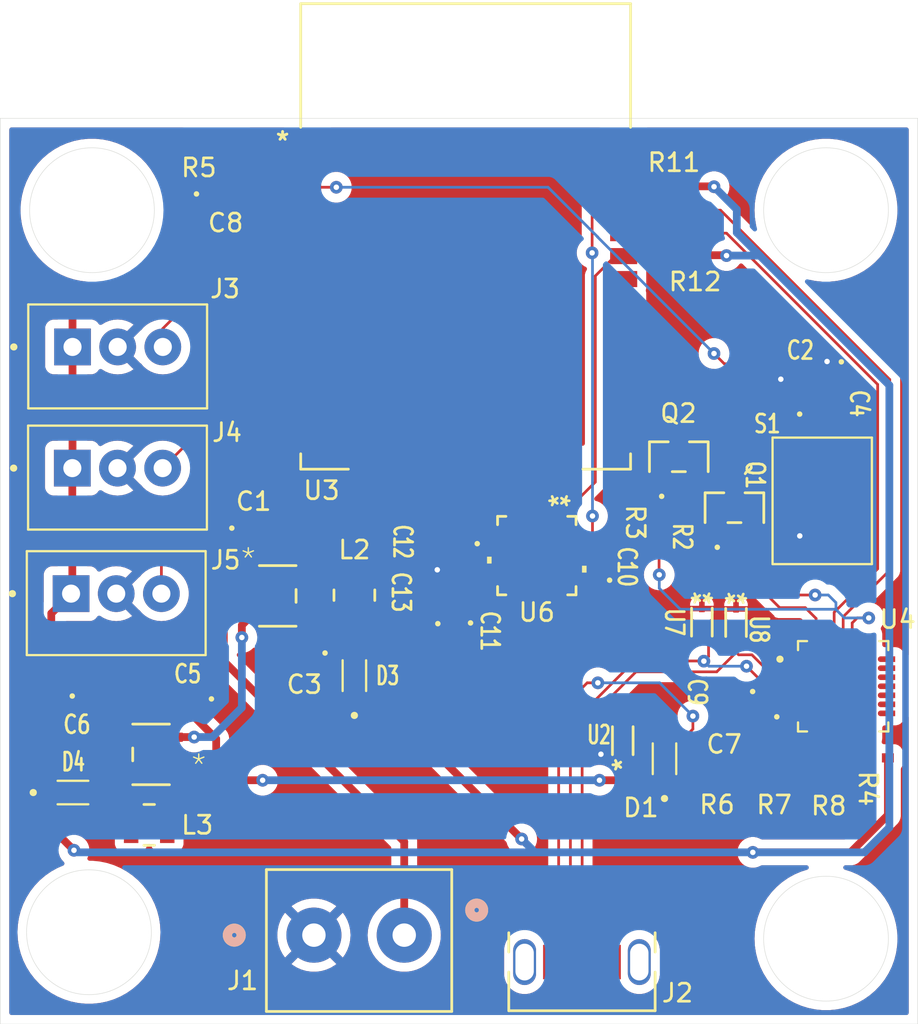
<source format=kicad_pcb>
(kicad_pcb (version 20240108) (generator "pcbnew") (generator_version "8.0")
  (title_block (title "Glove PCB") (date "2024-06-25") (rev "2.0") (comment 4 "Author: Brody Hageneder"))
  (layers (0 "F.Cu" signal) (31 "B.Cu" signal) (34 "B.Paste" user) (35 "F.Paste" user) (36 "B.SilkS" user "B.Silkscreen") (37 "F.SilkS" user "F.Silkscreen") (38 "B.Mask" user) (39 "F.Mask" user) (44 "Edge.Cuts" user))
  (net 0 "")
  (net 1 "+BATT")
  (net 2 "Net-(U1-VIN)")
  (net 3 "Net-(U1-VOUT)")
  (net 4 "GND")
  (net 5 "Net-(U1-LX)")
  (net 12 "Net-(U5-VOUT)")
  (net 13 "5V_USB")
  (net 15 "Net-(U6-CPOUT)")
  (net 22 "EN")
  (net 24 "Net-(U6-REGOUT)")
  (net 28 "3V3_BRD")
  (net 29 "Net-(U2-ANODE)")
  (net 33 "HE_INDEX")
  (net 35 "HE_MIDDLE")
  (net 38 "HE_RING")
  (net 41 "RTS")
  (net 42 "DTR")
  (net 43 "IO0")
  (net 44 "Net-(U4-D+)")
  (net 45 "I2C_SCL")
  (net 47 "Net-(U4-D-)")
  (net 49 "I2C_SDA")
  (net 50 "ESP_RXD")
  (net 52 "ESP_TXD")
  (net 69 "Net-(U5-LX)")
  (net 70 "Net-(Q1-Pad1)")
  (net 71 "Net-(Q2-Pad1)")
  (net 72 "Net-(U4-~{RST})")
  (net 73 "Net-(U4-VBUS)")
  (net 74 "Net-(R7-Pad2)")
  (footprint "Library:G-155_MUR-L" (layer "F.Cu") (at 95.5825 40.9645 90)
    (property "Reference" "C2")
    (property "Value" "0.1uF" (hide yes))
  )
  (footprint "Library:TRAN_SS8050-G_CIP-L" (layer "F.Cu") (at 88.8925 44.8102)
    (property "Reference" "Q2")
    (property "Value" "SS8050-G" (hide yes))
  )
  (footprint "Library:JST_B3B-XH-A" (layer "F.Cu") (at 57.745 52.91 180)
    (property "Reference" "J5")
    (property "Value" "B3B-XH-A" (hide yes))
  )
  (footprint "Library:CAP_GRM188R61A106ME69D_MUR" (layer "F.Cu") (at 92.2468 59.2 180)
    (property "Reference" "C7")
    (property "Value" "4.7uF" (hide yes))
  )
  (footprint "Library:219-2LPST" (layer "F.Cu") (at 97.0825 47.2509)
    (property "Reference" "S1")
    (property "Value" "219-2LPST" (hide yes))
  )
  (footprint "Library:RC0402N_YAG" (layer "F.Cu") (at 94.1739 62.67)
    (property "Reference" "R7")
    (property "Value" "100k" (hide yes))
  )
  (footprint "Library:CAP_GRM188R61A106ME69D_MUR" (layer "F.Cu") (at 60.9453 58.21 180)
    (property "Reference" "C5")
    (property "Value" "10uF" (hide yes))
  )
  (footprint "Library:CAP_GRM188R61A106ME69D_MUR" (layer "F.Cu") (at 66.2147 48.76)
    (property "Reference" "C1")
    (property "Value" "10uF" (hide yes))
  )
  (footprint "Library:CAP_GRM188R61A106ME69D_MUR" (layer "F.Cu") (at 64.2578 30.27)
    (property "Reference" "C8")
    (property "Value" "22uF" (hide yes))
  )
  (footprint "Library:RC0402N_YAG" (layer "F.Cu") (at 88.5837 33.66 180)
    (property "Reference" "R12")
    (property "Value" "2.2k" (hide yes))
  )
  (footprint "Library:DFE252012P-1R0M=P2" (layer "F.Cu") (at 70.93 52.47 -90)
    (property "Reference" "L2")
    (property "Value" "1uH")
  )
  (footprint "Library:CAP_GRM188R61A106ME69D_MUR" (layer "F.Cu") (at 67.2347 55.67 180)
    (property "Reference" "C3")
    (property "Value" "22uF")
  )
  (footprint "Library:SOD-523_0P9X1P3_ONS-L" (layer "F.Cu") (at 85.79 60.5207 90)
    (property "Reference" "U2")
    (property "Value" "ESD5Z5.0T1G" (hide yes))
  )
  (footprint "Library:G-155_MUR-L" (layer "F.Cu") (at 77.36 52.52 90)
    (property "Reference" "C11")
    (property "Value" "0.1uF" (hide yes))
  )
  (footprint "Library:RC0402N_YAG" (layer "F.Cu") (at 88.6013 29.85)
    (property "Reference" "R11")
    (property "Value" "2.2k" (hide yes))
  )
  (footprint "Library:RC0402N_YAG" (layer "F.Cu") (at 87.8 49.29 90)
    (property "Reference" "R3")
    (property "Value" "10k" (hide yes))
  )
  (footprint "Library:RC0402N_YAG" (layer "F.Cu") (at 64.5813 28.63)
    (property "Reference" "R5")
    (property "Value" "10k" (hide yes))
  )
  (footprint "Library:G-155_MUR-L" (layer "F.Cu") (at 76.2455 49.62 180)
    (property "Reference" "C12")
    (property "Value" "0.1uF" (hide yes))
  )
  (footprint "Library:RC0402N_YAG" (layer "F.Cu") (at 99.9099 61.4714)
    (property "Reference" "R4")
    (property "Value" "2.2k" (hide yes))
  )
  (footprint "Library:JST_B3B-XH-A" (layer "F.Cu") (at 57.815 45.965 180)
    (property "Reference" "J4")
    (property "Value" "B3B-XH-A" (hide yes))
  )
  (footprint "Library:RC0402N_YAG" (layer "F.Cu") (at 97.2137 62.69)
    (property "Reference" "R8")
    (property "Value" "10k" (hide yes))
  )
  (footprint "Library:SOT23-5-SC189_SEM" (layer "F.Cu") (at 59.67445 61.28 180)
    (property "Reference" "U5")
    (property "Value" "~")
  )
  (footprint "Library:SOD2513X120N" (layer "F.Cu") (at 70.93 56.9225 90)
    (property "Reference" "D3")
    (property "Value" "BAT760-7" (hide yes))
  )
  (footprint "Library:RC0402N_YAG" (layer "F.Cu") (at 91.0088 62.68 180)
    (property "Reference" "R6")
    (property "Value" "50k" (hide yes))
  )
  (footprint "Library:SOD-523_0P9X1P3_ONS-L" (layer "F.Cu") (at 92.06 53.9793 -90)
    (property "Reference" "U8")
    (property "Value" "ESD5Z5.0T1G" (hide yes))
  )
  (footprint "Library:CONN_10118193-0001LF_AMP" (layer "F.Cu") (at 83.53 72.502099)
    (property "Reference" "J2")
    (property "Value" "10118193-0001LF" (hide yes))
    (fp_line (start -3.299998 0.610801) (end -3.299998 -0.074999) (stroke (width 0.508)) (layer "Edge.Cuts"))
    (fp_line (start 3.299998 0.610801) (end 3.299998 -0.074999) (stroke (width 0.508)) (layer "Edge.Cuts"))
  )
  (footprint "Library:IC_CP2102N-A02-GQFN28R" (layer "F.Cu") (at 97.9925 57.51)
    (property "Reference" "U4")
    (property "Value" "CP2102N-A02-GQFN28R" (hide yes))
  )
  (footprint "Library:DFE252012P-1R0M=P2" (layer "F.Cu") (at 59.57 65.18 180)
    (property "Reference" "L3")
    (property "Value" "1uH")
  )
  (footprint "Library:SOT23-5-SC189_SEM" (layer "F.Cu") (at 66.68555 52.51)
    (property "Reference" "U1")
    (property "Value" "~")
  )
  (footprint "Library:G-155_MUR-L" (layer "F.Cu") (at 97.89 41.0445 -90)
    (property "Reference" "C4")
    (property "Value" "0.1uF" (hide yes))
  )
  (footprint "Library:JST_B3B-XH-A" (layer "F.Cu") (at 57.825 39.26 180)
    (property "Reference" "J3")
    (property "Value" "B3B-XH-A" (hide yes))
  )
  (footprint "Library:QFN24_4X4X0P9-0P5_TDK-L" (layer "F.Cu") (at 81.03 50.28 -90)
    (property "Reference" "U6")
    (property "Value" "MPU-6050" (hide yes))
  )
  (footprint "Library:SOD2513X120N" (layer "F.Cu") (at 55.35 63.39)
    (property "Reference" "D4")
    (property "Value" "BAT760-7" (hide yes))
  )
  (footprint "Library:TRAN_SS8050-G_CIP-L" (layer "F.Cu") (at 91.9725 47.6302)
    (property "Reference" "Q1")
    (property "Value" "SS8050-G" (hide yes))
  )
  (footprint "Library:CONN2_710002_WRE" (layer "F.Cu") (at 68.69 71.28)
    (property "Reference" "J1")
    (property "Value" "CONN2_710002_WRE" (hide yes))
  )
  (footprint "Library:SOD-523_0P9X1P3_ONS-L" (layer "F.Cu") (at 90.17 53.9607 -90)
    (property "Reference" "U7")
    (property "Value" "ESD5Z5.0T1G" (hide yes))
  )
  (footprint "Library:G-155_MUR-L" (layer "F.Cu") (at 85.06 50.1555 90)
    (property "Reference" "C10")
    (property "Value" "2.2nF" (hide yes))
  )
  (footprint "Library:G-155_MUR-L" (layer "F.Cu") (at 75.55 52.56 90)
    (property "Reference" "C13")
    (property "Value" "10nF" (hide yes))
  )
  (footprint "Library:CAP_GRM188R61A106ME69D_MUR" (layer "F.Cu") (at 57.38 58.05)
    (property "Reference" "C6")
    (property "Value" "22uF" (hide yes))
  )
  (footprint "Library:ESP32­WROOM­32E_EXP" (layer "F.Cu") (at 77.0901 32.62)
    (property "Reference" "U3")
    (property "Value" "ESP32-WROOM-32E-N8" (hide yes))
  )
  (footprint "Library:G-155_MUR-L" (layer "F.Cu") (at 91.4925 57.8 180)
    (property "Reference" "C9")
    (property "Value" "0.1uF" (hide yes))
  )
  (footprint "Library:SOD2513X120N" (layer "F.Cu") (at 88.1 61.52 90)
    (property "Reference" "D1")
    (property "Value" "BAT760-7" (hide yes))
  )
  (footprint "Library:RC0402N_YAG" (layer "F.Cu") (at 90.4737 50.62)
    (property "Reference" "R2")
    (property "Value" "10k" (hide yes))
  )
  (gr_circle (center 97.0425 31.17) (end 100.4969 31.17) (stroke (width 0.0254)) (fill none) (layer "Edge.Cuts"))
  (gr_line (start 102.1225 76.2) (end 51.3225 76.2) (stroke (width 0.0254)) (layer "Edge.Cuts"))
  (gr_circle (center 97.0425 71.4756) (end 100.4969 71.4756) (stroke (width 0.0254)) (fill none) (layer "Edge.Cuts"))
  (gr_line (start 102.1225 26.09) (end 102.1225 76.2) (stroke (width 0.0254)) (layer "Edge.Cuts"))
  (gr_circle (center 56.2356 71.12) (end 59.69 71.12) (stroke (width 0.0254)) (fill none) (layer "Edge.Cuts"))
  (gr_line (start 51.3225 26.09) (end 102.1225 26.09) (stroke (width 0.0254)) (layer "Edge.Cuts"))
  (gr_circle (center 56.4025 31.17) (end 59.8569 31.17) (stroke (width 0.0254)) (fill none) (layer "Edge.Cuts"))
  (gr_line (start 51.3225 76.2) (end 51.3225 26.09) (stroke (width 0.0254)) (layer "Edge.Cuts"))
  (segment (start 62.06 60.32) (end 60.9989 60.32) (width 0.429) (layer "F.Cu") (net 1))
  (segment (start 60.9989 60.32) (end 60.9889 60.33) (width 0.429) (layer "F.Cu") (net 1))
  (segment (start 64.7 54.1311) (end 65.3711 53.46) (width 0.429) (layer "F.Cu") (net 1))
  (segment (start 64.7 54.81) (end 64.7 54.1311) (width 0.429) (layer "F.Cu") (net 1))
  (via (at 64.7 54.81) (size 0.70231) (drill 0.30226) (layers "F.Cu" "B.Cu") (net 1))
  (via (at 62.06 60.32) (size 0.70231) (drill 0.30226) (layers "F.Cu" "B.Cu") (net 1))
  (segment (start 62.06 60.32) (end 63.07 60.32) (width 0.429) (layer "B.Cu") (net 1))
  (segment (start 63.07 60.32) (end 64.7 58.69) (width 0.429) (layer "B.Cu") (net 1))
  (segment (start 64.7 58.69) (end 64.7 54.81) (width 0.429) (layer "B.Cu") (net 1))
  (segment (start 73.69 66.11) (end 73.69 71.28) (width 0.429) (layer "F.Cu") (net 2))
  (segment (start 65.3711 48.9456) (end 65.37 48.9445) (width 0.429) (layer "F.Cu") (net 2))
  (segment (start 64.41 51.56) (end 63.7 52.27) (width 0.429) (layer "F.Cu") (net 2))
  (segment (start 65.3711 51.56) (end 64.41 51.56) (width 0.429) (layer "F.Cu") (net 2))
  (segment (start 63.7 52.27) (end 63.7 56.12) (width 0.429) (layer "F.Cu") (net 2))
  (segment (start 63.7 56.12) (end 73.69 66.11) (width 0.429) (layer "F.Cu") (net 2))
  (segment (start 65.3711 51.56) (end 65.3711 48.9456) (width 0.429) (layer "F.Cu") (net 2))
  (segment (start 70.93 55.7325) (end 70.93 53.47) (width 0.15) (layer "F.Cu") (net 3))
  (segment (start 68.0094 53.4694) (end 68 53.46) (width 0.15) (layer "F.Cu") (net 3))
  (segment (start 68.0094 55.67) (end 68.0094 53.4694) (width 0.15) (layer "F.Cu") (net 3))
  (segment (start 68 53.46) (end 70.9 53.46) (width 0.15) (layer "F.Cu") (net 3))
  (segment (start 70.9 53.46) (end 70.93 53.49) (width 0.15) (layer "F.Cu") (net 3))
  (segment (start 91.4721 59.2) (end 90.6321 60.04) (width 0.15) (layer "F.Cu") (net 4))
  (segment (start 58.1547 58.05) (end 58.1547 56.9553) (width 0.15) (layer "F.Cu") (net 4))
  (segment (start 60.1553 58.08) (end 60.1706 58.0647) (width 0.15) (layer "F.Cu") (net 4))
  (segment (start 76.351 51.0665) (end 77.36 52.0755) (width 0.15) (layer "F.Cu") (net 4))
  (segment (start 60.1706 58.0647) (end 60.1706 56.96) (width 0.15) (layer "F.Cu") (net 4))
  (segment (start 60.1706 56.96) (end 60.1553 56.9447) (width 0.15) (layer "F.Cu") (net 4))
  (segment (start 94.54 40.52) (end 95.5825 40.52) (width 0.15) (layer "F.Cu") (net 4))
  (segment (start 94.88 57.01) (end 95.5925 57.01) (width 0.15) (layer "F.Cu") (net 4))
  (segment (start 66.9894 47.5406) (end 66.9894 48.76) (width 0.15) (layer "F.Cu") (net 4))
  (segment (start 65.3711 52.51) (end 66.59 52.51) (width 0.15) (layer "F.Cu") (net 4))
  (segment (start 84.58 61.27) (end 85.79 61.27) (width 0.15) (layer "F.Cu") (net 4))
  (segment (start 94.11 56.24) (end 94.88 57.01) (width 0.15) (layer "F.Cu") (net 4))
  (segment (start 75.52 52.0855) (end 75.52 51.0665) (width 0.15) (layer "F.Cu") (net 4))
  (segment (start 93.7 53.24) (end 94.11 53.65) (width 0.15) (layer "F.Cu") (net 4))
  (segment (start 75.801 50.7855) (end 75.801 49.62) (width 0.15) (layer "F.Cu") (net 4))
  (segment (start 91.04 57.808) (end 91.04 58.13) (width 0.15) (layer "F.Cu") (net 4))
  (segment (start 97.89 40.33) (end 97.89 40.6) (width 0.15) (layer "F.Cu") (net 4))
  (segment (start 91.04 58.13) (end 91.4721 58.5621) (width 0.15) (layer "F.Cu") (net 4))
  (segment (start 91.048 57.8) (end 91.04 57.808) (width 0.15) (layer "F.Cu") (net 4))
  (segment (start 91.4721 58.5621) (end 91.4721 59.2) (width 0.15) (layer "F.Cu") (net 4))
  (segment (start 60.9889 61.28) (end 60.9789 61.29) (width 0.15) (layer "F.Cu") (net 4))
  (segment (start 94.11 53.65) (end 94.11 56.24) (width 0.15) (layer "F.Cu") (net 4))
  (segment (start 84.84 69.965) (end 84.84 68.51) (width 0.15) (layer "F.Cu") (net 4))
  (segment (start 97.6834 51.15) (end 98.0825 50.7509) (width 0.15) (layer "F.Cu") (net 4))
  (segment (start 95.5825 50.7509) (end 95.9816 51.15) (width 0.15) (layer "F.Cu") (net 4))
  (segment (start 95.59 49.19) (end 95.5825 49.1975) (width 0.15) (layer "F.Cu") (net 4))
  (segment (start 91.47 59.1979) (end 91.4721 59.2) (width 0.15) (layer "F.Cu") (net 4))
  (segment (start 82.280315 49.029685) (end 81.499669 49.810331) (width 0.15) (layer "F.Cu") (net 4))
  (segment (start 75.52 51.0665) (end 75.801 50.7855) (width 0.15) (layer "F.Cu") (net 4))
  (segment (start 92.06 53.23) (end 92.07 53.24) (width 0.15) (layer "F.Cu") (net 4))
  (segment (start 82.280315 48.3369) (end 82.280315 49.029685) (width 0.15) (layer "F.Cu") (net 4))
  (segment (start 60.9789 61.29) (end 60.08 61.29) (width 0.15) (layer "F.Cu") (net 4))
  (segment (start 66.46 55.67) (end 66.46 54.63) (width 0.15) (layer "F.Cu") (net 4))
  (segment (start 60.80475 61.28) (end 60.9889 61.28) (width 0.15) (layer "F.Cu") (net 4))
  (segment (start 91.4721 59.9479) (end 91.47 59.95) (width 0.15) (layer "F.Cu") (net 4))
  (segment (start 97.1 39.54) (end 97.89 40.33) (width 0.15) (layer "F.Cu") (net 4))
  (segment (start 81.499669 49.810331) (end 81.499669 49.810332) (width 0.15) (layer "F.Cu") (net 4))
  (segment (start 85.06 49.711) (end 85.06 49.22) (width 0.15) (layer "F.Cu") (net 4))
  (segment (start 95.5825 49.1975) (end 95.5825 50.7509) (width 0.15) (layer "F.Cu") (net 4))
  (segment (start 82.280315 52.2231) (end 82.280315 52.960315) (width 0.15) (layer "F.Cu") (net 4))
  (segment (start 66.99 47.54) (end 66.9894 47.5406) (width 0.15) (layer "F.Cu") (net 4))
  (segment (start 84.84 68.51) (end 84.85 68.5) (width 0.15) (layer "F.Cu") (net 4))
  (segment (start 95.9816 51.15) (end 97.6834 51.15) (width 0.15) (layer "F.Cu") (net 4))
  (segment (start 82.280315 51.530315) (end 82.280315 52.2231) (width 0.15) (layer "F.Cu") (net 4))
  (segment (start 92.07 53.24) (end 93.7 53.24) (width 0.15) (layer "F.Cu") (net 4))
  (segment (start 90.17 53.2114) (end 90.1886 53.23) (width 0.15) (layer "F.Cu") (net 4))
  (segment (start 90.6321 60.04) (end 90.44 60.04) (width 0.15) (layer "F.Cu") (net 4))
  (segment (start 75.55 52.1155) (end 75.52 52.0855) (width 0.15) (layer "F.Cu") (net 4))
  (segment (start 75.52 51.0665) (end 76.351 51.0665) (width 0.15) (layer "F.Cu") (net 4))
  (segment (start 90.1886 53.23) (end 92.06 53.23) (width 0.15) (layer "F.Cu") (net 4))
  (via (at 97.1 39.54) (size 0.70231) (drill 0.30226) (layers "F.Cu" "B.Cu") (net 4))
  (via (at 95.59 49.19) (size 0.70231) (drill 0.30226) (layers "F.Cu" "B.Cu") (net 4))
  (via (at 94.54 40.52) (size 0.70231) (drill 0.30226) (layers "F.Cu" "B.Cu") (net 4))
  (via (at 84.58 61.27) (size 0.70231) (drill 0.30226) (layers "F.Cu" "B.Cu") (net 4))
  (via (at 75.52 51.0665) (size 0.70231) (drill 0.30226) (layers "F.Cu" "B.Cu") (net 4))
  (segment (start 75.6 51.04) (end 75.61 51.05) (width 0.15) (layer "B.Cu") (net 4))
  (segment (start 70.93 51.47) (end 68.09 51.47) (width 0.15) (layer "F.Cu") (net 5))
  (segment (start 68.09 51.47) (end 68 51.56) (width 0.15) (layer "F.Cu") (net 5))
  (segment (start 58.57 65.18) (end 57.72 65.18) (width 0.15) (layer "F.Cu") (net 12))
  (segment (start 56.54 63.39) (end 56.54 61.39) (width 0.15) (layer "F.Cu") (net 12))
  (segment (start 56.6053 58.05) (end 56.6053 59.3353) (width 0.15) (layer "F.Cu") (net 12))
  (segment (start 56.54 61.39) (end 57.6 60.33) (width 0.15) (layer "F.Cu") (net 12))
  (segment (start 57.72 65.18) (end 56.54 64) (width 0.15) (layer "F.Cu") (net 12))
  (segment (start 56.54 64) (end 56.54 63.39) (width 0.15) (layer "F.Cu") (net 12))
  (segment (start 57.6 60.33) (end 58.36 60.33) (width 0.15) (layer "F.Cu") (net 12))
  (segment (start 56.6053 59.3353) (end 57.6 60.33) (width 0.15) (layer "F.Cu") (net 12))
  (segment (start 90.42 62.71) (end 90.45 62.68) (width 0.429) (layer "F.Cu") (net 13))
  (segment (start 93.0215 60.2185) (end 93.0215 60.4585) (width 0.429) (layer "F.Cu") (net 13))
  (segment (start 93.0215 60.4585) (end 91.8 61.68) (width 0.429) (layer "F.Cu") (net 13))
  (segment (start 90.45 62.14) (end 90.45 62.68) (width 0.429) (layer "F.Cu") (net 13))
  (segment (start 63.28 60.42) (end 61.7047 58.8447) (width 0.429) (layer "F.Cu") (net 13))
  (segment (start 94.05 60.65) (end 95.64 59.06) (width 0.429) (layer "F.Cu") (net 13))
  (segment (start 93.0215 58.5615) (end 93.0215 59.2) (width 0.429) (layer "F.Cu") (net 13))
  (segment (start 90.91 61.68) (end 90.45 62.14) (width 0.429) (layer "F.Cu") (net 13))
  (segment (start 93.0215 59.2) (end 93.0215 60.2185) (width 0.429) (layer "F.Cu") (net 13))
  (segment (start 64.49 62.71) (end 63.28 61.5) (width 0.429) (layer "F.Cu") (net 13))
  (segment (start 92.26 57.8) (end 93.0215 58.5615) (width 0.429) (layer "F.Cu") (net 13))
  (segment (start 91.8 61.68) (end 90.91 61.68) (width 0.429) (layer "F.Cu") (net 13))
  (segment (start 91.937 57.8) (end 92.26 57.8) (width 0.429) (layer "F.Cu") (net 13))
  (segment (start 61.7047 58.8447) (end 61.7047 58.08) (width 0.429) (layer "F.Cu") (net 13))
  (segment (start 62.55 62.23) (end 63.28 61.5) (width 0.429) (layer "F.Cu") (net 13))
  (segment (start 95.64 59.06) (end 95.64 58.69) (width 0.429) (layer "F.Cu") (net 13))
  (segment (start 88.1 62.71) (end 90.42 62.71) (width 0.429) (layer "F.Cu") (net 13))
  (segment (start 60.9889 62.23) (end 62.55 62.23) (width 0.429) (layer "F.Cu") (net 13))
  (segment (start 93.453 60.65) (end 94.05 60.65) (width 0.429) (layer "F.Cu") (net 13))
  (segment (start 93.0215 60.2185) (end 93.453 60.65) (width 0.429) (layer "F.Cu") (net 13))
  (segment (start 88.1 62.71) (end 84.5 62.71) (width 0.429) (layer "F.Cu") (net 13))
  (segment (start 63.28 61.5) (end 63.28 60.42) (width 0.429) (layer "F.Cu") (net 13))
  (segment (start 65.85 62.71) (end 64.49 62.71) (width 0.429) (layer "F.Cu") (net 13))
  (via (at 84.5 62.71) (size 0.70231) (drill 0.30226) (layers "F.Cu" "B.Cu") (net 13))
  (via (at 65.85 62.71) (size 0.70231) (drill 0.30226) (layers "F.Cu" "B.Cu") (net 13))
  (segment (start 84.5 62.71) (end 65.85 62.71) (width 0.429) (layer "B.Cu") (net 13))
  (segment (start 84.62 51.04) (end 82.982911 51.04) (width 0.15) (layer "F.Cu") (net 15))
  (segment (start 85.06 50.6) (end 84.62 51.04) (width 0.15) (layer "F.Cu") (net 15))
  (segment (start 98.0825 44.0775) (end 98.0825 43.7509) (width 0.15) (layer "F.Cu") (net 22))
  (segment (start 98.09 43.7434) (end 98.0825 43.7509) (width 0.15) (layer "F.Cu") (net 22))
  (segment (start 64.0225 28.94) (end 65.0325 29.95) (width 0.15) (layer "F.Cu") (net 22))
  (segment (start 69.93 29.9) (end 68.3401 29.9) (width 0.15) (layer "F.Cu") (net 22))
  (segment (start 97.24 44.92) (end 98.0825 44.0775) (width 0.15) (layer "F.Cu") (net 22))
  (segment (start 97.9089 41.489) (end 98.09 41.6701) (width 0.15) (layer "F.Cu") (net 22))
  (segment (start 91.9725 45.3375) (end 92.39 44.92) (width 0.15) (layer "F.Cu") (net 22))
  (segment (start 66.1825 30.27) (end 65.0325 30.27) (width 0.15) (layer "F.Cu") (net 22))
  (segment (start 64.0225 28.63) (end 64.0225 28.94) (width 0.15) (layer "F.Cu") (net 22))
  (segment (start 95.7425 39.67) (end 97.5615 41.489) (width 0.15) (layer "F.Cu") (net 22))
  (segment (start 97.5615 41.489) (end 97.9089 41.489) (width 0.15) (layer "F.Cu") (net 22))
  (segment (start 91.9725 46.66) (end 91.9725 45.3375) (width 0.15) (layer "F.Cu") (net 22))
  (segment (start 92.39 44.92) (end 97.24 44.92) (width 0.15) (layer "F.Cu") (net 22))
  (segment (start 65.0325 29.95) (end 65.0325 30.27) (width 0.15) (layer "F.Cu") (net 22))
  (segment (start 91.4125 39.67) (end 95.7425 39.67) (width 0.15) (layer "F.Cu") (net 22))
  (segment (start 68.3401 29.9) (end 66.5525 29.9) (width 0.15) (layer "F.Cu") (net 22))
  (segment (start 66.5525 29.9) (end 66.1825 30.27) (width 0.15) (layer "F.Cu") (net 22))
  (segment (start 90.84125 39.09875) (end 91.4125 39.67) (width 0.15) (layer "F.Cu") (net 22))
  (segment (start 98.09 41.6701) (end 98.09 43.7434) (width 0.15) (layer "F.Cu") (net 22))
  (via (at 69.93 29.9) (size 0.70231) (drill 0.30226) (layers "F.Cu" "B.Cu") (net 22))
  (via (at 90.84125 39.09875) (size 0.70231) (drill 0.30226) (layers "F.Cu" "B.Cu") (net 22))
  (segment (start 90.84125 39.09875) (end 84.4025 32.66) (width 0.15) (layer "B.Cu") (net 22))
  (segment (start 84.4025 32.65) (end 81.6525 29.9) (width 0.15) (layer "B.Cu") (net 22))
  (segment (start 84.4025 32.66) (end 84.4025 32.65) (width 0.15) (layer "B.Cu") (net 22))
  (segment (start 81.6525 29.9) (end 69.93 29.9) (width 0.15) (layer "B.Cu") (net 22))
  (segment (start 76.89 49.62) (end 77.800063 50.530063) (width 0.15) (layer "F.Cu") (net 24))
  (segment (start 76.69 49.62) (end 76.89 49.62) (width 0.15) (layer "F.Cu") (net 24))
  (segment (start 77.800063 50.530063) (end 79.0869 50.530063) (width 0.15) (layer "F.Cu") (net 24))
  (segment (start 55.325 38.735) (end 55.325 37.0475) (width 0.429) (layer "F.Cu") (net 28))
  (segment (start 91.5125 33.66) (end 91.5325 33.68) (width 0.429) (layer "F.Cu") (net 28))
  (segment (start 62.2025 27.12) (end 64.4025 27.12) (width 0.429) (layer "F.Cu") (net 28))
  (segment (start 54.15 53.48) (end 54.15 63.38) (width 0.429) (layer "F.Cu") (net 28))
  (segment (start 70.93 58.1125) (end 73.5275 58.1125) (width 0.429) (layer "F.Cu") (net 28))
  (segment (start 75.1655 53.0045) (end 75.55 53.0045) (width 0.429) (layer "F.Cu") (net 28))
  (segment (start 77.55 48.56) (end 78.519811 49.529811) (width 0.429) (layer "F.Cu") (net 28))
  (segment (start 75.55 53.0045) (end 75.1782 53.0045) (width 0.429) (layer "F.Cu") (net 28))
  (segment (start 54.16 65.34) (end 54.16 63.39) (width 0.429) (layer "F.Cu") (net 28))
  (segment (start 64.4025 27.12) (end 65.1401 27.8576) (width 0.429) (layer "F.Cu") (net 28))
  (segment (start 55.315 52.315) (end 55.245 52.385) (width 0.429) (layer "F.Cu") (net 28))
  (segment (start 54.15 63.38) (end 54.16 63.39) (width 0.429) (layer "F.Cu") (net 28))
  (segment (start 89.1425 33.66) (end 91.5125 33.66) (width 0.429) (layer "F.Cu") (net 28))
  (segment (start 75.55 53.0045) (end 78.7955 53.0045) (width 0.429) (layer "F.Cu") (net 28))
  (segment (start 78.519811 49.529811) (end 79.0869 49.529811) (width 0.429) (layer "F.Cu") (net 28))
  (segment (start 73.5275 58.1125) (end 74.49 57.15) (width 0.429) (layer "F.Cu") (net 28))
  (segment (start 100.4687 64.6338) (end 100.4687 61.4714) (width 0.429) (layer "F.Cu") (net 28))
  (segment (start 60.8725 28.45) (end 62.2025 27.12) (width 0.429) (layer "F.Cu") (net 28))
  (segment (start 90.8225 29.85) (end 90.8425 29.87) (width 0.429) (layer "F.Cu") (net 28))
  (segment (start 80.19 65.96) (end 74.5 60.27) (width 0.429) (layer "F.Cu") (net 28))
  (segment (start 55.405 66.585) (end 54.16 65.34) (width 0.429) (layer "F.Cu") (net 28))
  (segment (start 58.5925 35.97) (end 60.8725 33.69) (width 0.429) (layer "F.Cu") (net 28))
  (segment (start 75.1782 53.0045) (end 74.5869 52.4132) (width 0.429) (layer "F.Cu") (net 28))
  (segment (start 74.49 57.15) (end 74.49 53.68) (width 0.429) (layer "F.Cu") (net 28))
  (segment (start 60.8725 33.69) (end 60.8725 28.45) (width 0.429) (layer "F.Cu") (net 28))
  (segment (start 74.5869 52.4132) (end 74.5869 49.2531) (width 0.429) (layer "F.Cu") (net 28))
  (segment (start 68.3401 28.63) (end 65.1401 28.63) (width 0.429) (layer "F.Cu") (net 28))
  (segment (start 74.5 58.08) (end 74.49 58.07) (width 0.429) (layer "F.Cu") (net 28))
  (segment (start 55.245 52.385) (end 54.15 53.48) (width 0.429) (layer "F.Cu") (net 28))
  (segment (start 74.49 53.68) (end 75.1655 53.0045) (width 0.429) (layer "F.Cu") (net 28))
  (segment (start 55.315 45.44) (end 55.315 52.315) (width 0.429) (layer "F.Cu") (net 28))
  (segment (start 55.325 45.43) (end 55.315 45.44) (width 0.429) (layer "F.Cu") (net 28))
  (segment (start 75.28 48.56) (end 77.55 48.56) (width 0.429) (layer "F.Cu") (net 28))
  (segment (start 55.325 37.0475) (end 56.4025 35.97) (width 0.429) (layer "F.Cu") (net 28))
  (segment (start 92.99 66.7) (end 98.4025 66.7) (width 0.429) (layer "F.Cu") (net 28))
  (segment (start 65.1401 27.8576) (end 65.1401 28.63) (width 0.429) (layer "F.Cu") (net 28))
  (segment (start 56.4025 35.97) (end 58.5925 35.97) (width 0.429) (layer "F.Cu") (net 28))
  (segment (start 74.49 58.07) (end 74.49 57.15) (width 0.429) (layer "F.Cu") (net 28))
  (segment (start 89.1601 29.85) (end 90.8225 29.85) (width 0.429) (layer "F.Cu") (net 28))
  (segment (start 74.5 60.27) (end 74.5 58.08) (width 0.429) (layer "F.Cu") (net 28))
  (segment (start 78.7955 53.0045) (end 79.64 52.16) (width 0.429) (layer "F.Cu") (net 28))
  (segment (start 74.5869 49.2531) (end 75.28 48.56) (width 0.429) (layer "F.Cu") (net 28))
  (segment (start 55.325 38.735) (end 55.325 45.43) (width 0.429) (layer "F.Cu") (net 28))
  (segment (start 98.4025 66.7) (end 100.4687 64.6338) (width 0.429) (layer "F.Cu") (net 28))
  (via (at 92.99 66.7) (size 0.70231) (drill 0.30226) (layers "F.Cu" "B.Cu") (net 28))
  (via (at 55.405 66.585) (size 0.70231) (drill 0.30226) (layers "F.Cu" "B.Cu") (net 28))
  (via (at 90.8425 29.87) (size 0.70231) (drill 0.30226) (layers "F.Cu" "B.Cu") (net 28))
  (via (at 91.5325 33.68) (size 0.70231) (drill 0.30226) (layers "F.Cu" "B.Cu") (net 28))
  (via (at 80.19 65.96) (size 0.70231) (drill 0.30226) (layers "F.Cu" "B.Cu") (net 28))
  (segment (start 81.48 66.7) (end 92.99 66.7) (width 0.429) (layer "B.Cu") (net 28))
  (segment (start 92.1025 31.13) (end 92.1025 32.41) (width 0.429) (layer "B.Cu") (net 28))
  (segment (start 80.19 65.96) (end 80.93 66.7) (width 0.429) (layer "B.Cu") (net 28))
  (segment (start 100.55 65.32) (end 99.17 66.7) (width 0.429) (layer "B.Cu") (net 28))
  (segment (start 93.3725 33.68) (end 100.55 40.8575) (width 0.429) (layer "B.Cu") (net 28))
  (segment (start 100.55 40.8575) (end 100.55 65.32) (width 0.429) (layer "B.Cu") (net 28))
  (segment (start 92.1025 32.41) (end 93.3725 33.68) (width 0.429) (layer "B.Cu") (net 28))
  (segment (start 80.93 66.7) (end 81.48 66.7) (width 0.429) (layer "B.Cu") (net 28))
  (segment (start 99.17 66.7) (end 92.99 66.7) (width 0.429) (layer "B.Cu") (net 28))
  (segment (start 90.8425 29.87) (end 92.1025 31.13) (width 0.429) (layer "B.Cu") (net 28))
  (segment (start 55.405 66.585) (end 55.52 66.7) (width 0.429) (layer "B.Cu") (net 28))
  (segment (start 91.5325 33.68) (end 93.3725 33.68) (width 0.429) (layer "B.Cu") (net 28))
  (segment (start 55.52 66.7) (end 81.48 66.7) (width 0.429) (layer "B.Cu") (net 28))
  (segment (start 83.82 57.32) (end 82.24 58.9) (width 0.15) (layer "F.Cu") (net 29))
  (segment (start 89.6725 59.8775) (end 89.22 60.33) (width 0.15) (layer "F.Cu") (net 29))
  (segment (start 86.6714 59.7714) (end 85.79 59.7714) (width 0.15) (layer "F.Cu") (net 29))
  (segment (start 87.23 60.33) (end 86.6714 59.7714) (width 0.15) (layer "F.Cu") (net 29))
  (segment (start 89.22 60.33) (end 88.1 60.33) (width 0.15) (layer "F.Cu") (net 29))
  (segment (start 82.24 58.9) (end 82.24 69.965) (width 0.15) (layer "F.Cu") (net 29))
  (segment (start 88.1 60.33) (end 87.23 60.33) (width 0.15) (layer "F.Cu") (net 29))
  (segment (start 89.6725 59.16) (end 89.6725 59.8775) (width 0.15) (layer "F.Cu") (net 29))
  (segment (start 84.41 57.32) (end 83.82 57.32) (width 0.15) (layer "F.Cu") (net 29))
  (via (at 89.6725 59.16) (size 0.70231) (drill 0.30226) (layers "F.Cu" "B.Cu") (net 29))
  (via (at 84.41 57.32) (size 0.70231) (drill 0.30226) (layers "F.Cu" "B.Cu") (net 29))
  (segment (start 87.8325 57.32) (end 84.41 57.32) (width 0.15) (layer "B.Cu") (net 29))
  (segment (start 89.6725 59.16) (end 87.8325 57.32) (width 0.15) (layer "B.Cu") (net 29))
  (segment (start 65.6025 32.44) (end 60.325 37.7175) (width 0.15) (layer "F.Cu") (net 33))
  (segment (start 60.325 37.7175) (end 60.325 38.735) (width 0.15) (layer "F.Cu") (net 33))
  (segment (start 68.3401 32.44) (end 65.6025 32.44) (width 0.15) (layer "F.Cu") (net 33))
  (segment (start 67.1125 33.71) (end 62.14 38.6825) (width 0.15) (layer "F.Cu") (net 35))
  (segment (start 62.14 43.615) (end 60.315 45.44) (width 0.15) (layer "F.Cu") (net 35))
  (segment (start 62.14 38.6825) (end 62.14 43.615) (width 0.15) (layer "F.Cu") (net 35))
  (segment (start 68.3401 33.71) (end 67.1125 33.71) (width 0.15) (layer "F.Cu") (net 35))
  (segment (start 68.3401 34.98) (end 67.2425 34.98) (width 0.15) (layer "F.Cu") (net 38))
  (segment (start 62.56 39.6625) (end 62.56 48.3825) (width 0.15) (layer "F.Cu") (net 38))
  (segment (start 62.56 48.3825) (end 60.245 50.6975) (width 0.15) (layer "F.Cu") (net 38))
  (segment (start 60.245 50.6975) (end 60.245 52.385) (width 0.15) (layer "F.Cu") (net 38))
  (segment (start 67.2425 34.98) (end 62.56 39.6625) (width 0.15) (layer "F.Cu") (net 38))
  (segment (start 96.44 52.46) (end 94.5925 52.46) (width 0.15) (layer "F.Cu") (net 41))
  (segment (start 98.4925 54.0075) (end 98.4925 55.11) (width 0.15) (layer "F.Cu") (net 41))
  (segment (start 94.5925 52.46) (end 92.922501 50.790001) (width 0.15) (layer "F.Cu") (net 41))
  (segment (start 87.8 51.33) (end 87.8 49.8488) (width 0.15) (layer "F.Cu") (net 41))
  (segment (start 92.922501 50.790001) (end 92.922501 48.600399) (width 0.15) (layer "F.Cu") (net 41))
  (segment (start 99.409314 53.729314) (end 98.770686 53.729314) (width 0.15) (layer "F.Cu") (net 41))
  (segment (start 98.770686 53.729314) (end 98.4925 54.0075) (width 0.15) (layer "F.Cu") (net 41))
  (segment (start 87.81 51.34) (end 87.8 51.33) (width 0.15) (layer "F.Cu") (net 41))
  (via (at 99.409314 53.729314) (size 0.70231) (drill 0.30226) (layers "F.Cu" "B.Cu") (net 41))
  (via (at 96.44 52.46) (size 0.70231) (drill 0.30226) (layers "F.Cu" "B.Cu") (net 41))
  (via (at 87.81 51.34) (size 0.70231) (drill 0.30226) (layers "F.Cu" "B.Cu") (net 41))
  (segment (start 97.5925 53.2625) (end 97.5925 53.25) (width 0.15) (layer "B.Cu") (net 41))
  (segment (start 88.9725 53.25) (end 97.5925 53.25) (width 0.15) (layer "B.Cu") (net 41))
  (segment (start 97.5925 52.8825) (end 97.5925 53.25) (width 0.15) (layer "B.Cu") (net 41))
  (segment (start 97.17 52.46) (end 97.5925 52.8825) (width 0.15) (layer "B.Cu") (net 41))
  (segment (start 87.81 52.0875) (end 88.9725 53.25) (width 0.15) (layer "B.Cu") (net 41))
  (segment (start 99.409314 53.729314) (end 98.059314 53.729314) (width 0.15) (layer "B.Cu") (net 41))
  (segment (start 98.059314 53.729314) (end 97.5925 53.2625) (width 0.15) (layer "B.Cu") (net 41))
  (segment (start 96.44 52.46) (end 97.17 52.46) (width 0.15) (layer "B.Cu") (net 41))
  (segment (start 87.81 51.34) (end 87.81 52.0875) (width 0.15) (layer "B.Cu") (net 41))
  (segment (start 94.4725 53.16) (end 92.9125 51.6) (width 0.15) (layer "F.Cu") (net 42))
  (segment (start 96.4925 53.76) (end 95.8925 53.16) (width 0.15) (layer "F.Cu") (net 42))
  (segment (start 89.842501 50.547601) (end 89.9149 50.62) (width 0.15) (layer "F.Cu") (net 42))
  (segment (start 92.9125 51.6) (end 90.4925 51.6) (width 0.15) (layer "F.Cu") (net 42))
  (segment (start 96.4925 55.11) (end 96.4925 53.76) (width 0.15) (layer "F.Cu") (net 42))
  (segment (start 95.8925 53.16) (end 94.4725 53.16) (width 0.15) (layer "F.Cu") (net 42))
  (segment (start 89.9149 51.0224) (end 89.9149 50.62) (width 0.15) (layer "F.Cu") (net 42))
  (segment (start 89.842501 45.780399) (end 89.842501 50.547601) (width 0.15) (layer "F.Cu") (net 42))
  (segment (start 90.4925 51.6) (end 89.9149 51.0224) (width 0.15) (layer "F.Cu") (net 42))
  (segment (start 88.8925 43.84) (end 85.8701 43.84) (width 0.15) (layer "F.Cu") (net 43))
  (segment (start 88.9816 43.7509) (end 88.8925 43.84) (width 0.15) (layer "F.Cu") (net 43))
  (segment (start 85.8701 43.84) (end 85.8401 43.87) (width 0.15) (layer "F.Cu") (net 43))
  (segment (start 96.04 41.8665) (end 96.04 43.2934) (width 0.15) (layer "F.Cu") (net 43))
  (segment (start 96.04 43.2934) (end 95.5825 43.7509) (width 0.15) (layer "F.Cu") (net 43))
  (segment (start 95.5825 43.7509) (end 88.9816 43.7509) (width 0.15) (layer "F.Cu") (net 43))
  (segment (start 95.5825 41.409) (end 96.04 41.8665) (width 0.15) (layer "F.Cu") (net 43))
  (segment (start 83.54 69.965) (end 83.54 59.69) (width 0.15) (layer "F.Cu") (net 44))
  (segment (start 94.68 57.51) (end 92.94 55.77) (width 0.15) (layer "F.Cu") (net 44))
  (segment (start 90.9925 56.71) (end 92.07 55.6325) (width 0.15) (layer "F.Cu") (net 44))
  (segment (start 86.52 56.71) (end 90.9925 56.71) (width 0.15) (layer "F.Cu") (net 44))
  (segment (start 92.2075 55.77) (end 92.07 55.6325) (width 0.15) (layer "F.Cu") (net 44))
  (segment (start 83.54 59.69) (end 86.52 56.71) (width 0.15) (layer "F.Cu") (net 44))
  (segment (start 95.5925 57.51) (end 94.68 57.51) (width 0.15) (layer "F.Cu") (net 44))
  (segment (start 92.07 55.6325) (end 92.07 54.8393) (width 0.15) (layer "F.Cu") (net 44))
  (segment (start 92.94 55.77) (end 92.2075 55.77) (width 0.15) (layer "F.Cu") (net 44))
  (segment (start 82.9731 49.529811) (end 83.680189 49.529811) (width 0.15) (layer "F.Cu") (net 45))
  (segment (start 84.0925 30.64) (end 84.8325 29.9) (width 0.15) (layer "F.Cu") (net 45))
  (segment (start 88.0425 29.85) (end 88.0537 29.8612) (width 0.15) (layer "F.Cu") (net 45))
  (segment (start 88.0537 29.8612) (end 88.0537 29.88) (width 0.15) (layer "F.Cu") (net 45))
  (segment (start 84.8325 29.9) (end 85.8401 29.9) (width 0.15) (layer "F.Cu") (net 45))
  (segment (start 84.0925 33.53) (end 84.0925 30.64) (width 0.15) (layer "F.Cu") (net 45))
  (segment (start 84.1125 49.0975) (end 84.1125 48.09) (width 0.15) (layer "F.Cu") (net 45))
  (segment (start 83.680189 49.529811) (end 84.1125 49.0975) (width 0.15) (layer "F.Cu") (net 45))
  (segment (start 87.9925 29.9) (end 88.0425 29.85) (width 0.15) (layer "F.Cu") (net 45))
  (segment (start 85.8401 29.9) (end 87.9925 29.9) (width 0.15) (layer "F.Cu") (net 45))
  (via (at 84.0925 33.53) (size 0.70231) (drill 0.30226) (layers "F.Cu" "B.Cu") (net 45))
  (via (at 84.1125 48.09) (size 0.70231) (drill 0.30226) (layers "F.Cu" "B.Cu") (net 45))
  (segment (start 84.0925 33.53) (end 84.1125 33.55) (width 0.15) (layer "B.Cu") (net 45))
  (segment (start 84.1125 33.55) (end 84.1125 48.09) (width 0.15) (layer "B.Cu") (net 45))
  (segment (start 92.64 56.4) (end 94.25 58.01) (width 0.15) (layer "F.Cu") (net 47))
  (segment (start 90.54 54.91) (end 90.34 54.71) (width 0.15) (layer "F.Cu") (net 47))
  (segment (start 90.28 56.12) (end 90.27 56.11) (width 0.15) (layer "F.Cu") (net 47))
  (segment (start 90.34 54.71) (end 90.17 54.71) (width 0.15) (layer "F.Cu") (net 47))
  (segment (start 82.890001 59.654806) (end 82.890001 69.965) (width 0.15) (layer "F.Cu") (net 47))
  (segment (start 90.54 55.86) (end 90.54 54.91) (width 0.15) (layer "F.Cu") (net 47))
  (segment (start 90.27 56.11) (end 86.434807 56.11) (width 0.15) (layer "F.Cu") (net 47))
  (segment (start 94.25 58.01) (end 95.5925 58.01) (width 0.15) (layer "F.Cu") (net 47))
  (segment (start 86.434807 56.11) (end 82.890001 59.654806) (width 0.15) (layer "F.Cu") (net 47))
  (segment (start 90.28 56.12) (end 90.54 55.86) (width 0.15) (layer "F.Cu") (net 47))
  (via (at 92.64 56.4) (size 0.70231) (drill 0.30226) (layers "F.Cu" "B.Cu") (net 47))
  (via (at 90.28 56.12) (size 0.70231) (drill 0.30226) (layers "F.Cu" "B.Cu") (net 47))
  (segment (start 90.56 56.4) (end 90.28 56.12) (width 0.15) (layer "B.Cu") (net 47))
  (segment (start 92.64 56.4) (end 90.56 56.4) (width 0.15) (layer "B.Cu") (net 47))
  (segment (start 85.8901 33.66) (end 85.8401 33.71) (width 0.15) (layer "F.Cu") (net 49))
  (segment (start 82.9731 49.029685) (end 82.9731 47.5069) (width 0.15) (layer "F.Cu") (net 49))
  (segment (start 85.3663 33.71) (end 85.8401 33.71) (width 0.15) (layer "F.Cu") (net 49))
  (segment (start 82.9731 47.5069) (end 84.27 46.21) (width 0.15) (layer "F.Cu") (net 49))
  (segment (start 84.27 46.21) (end 84.27 34.8063) (width 0.15) (layer "F.Cu") (net 49))
  (segment (start 88.0249 33.66) (end 85.8901 33.66) (width 0.15) (layer "F.Cu") (net 49))
  (segment (start 84.27 34.8063) (end 85.3663 33.71) (width 0.15) (layer "F.Cu") (net 49))
  (segment (start 91.5325 32.44) (end 99.9025 40.81) (width 0.15) (layer "F.Cu") (net 50))
  (segment (start 85.8401 32.44) (end 91.5325 32.44) (width 0.15) (layer "F.Cu") (net 50))
  (segment (start 99.9025 40.81) (end 99.9025 51.01) (width 0.15) (layer "F.Cu") (net 50))
  (segment (start 97.4925 53.42) (end 97.4925 55.11) (width 0.15) (layer "F.Cu") (net 50))
  (segment (start 99.9025 51.01) (end 97.4925 53.42) (width 0.15) (layer "F.Cu") (net 50))
  (segment (start 97.9925 53.664264) (end 100.5725 51.084264) (width 0.15) (layer "F.Cu") (net 52))
  (segment (start 100.5725 40.54) (end 91.2025 31.17) (width 0.15) (layer "F.Cu") (net 52))
  (segment (start 91.2025 31.17) (end 85.8401 31.17) (width 0.15) (layer "F.Cu") (net 52))
  (segment (start 97.9925 55.11) (end 97.9925 53.664264) (width 0.15) (layer "F.Cu") (net 52))
  (segment (start 100.5725 51.084264) (end 100.5725 40.54) (width 0.15) (layer "F.Cu") (net 52))
  (segment (start 58.36 63.06) (end 58.93 63.63) (width 0.15) (layer "F.Cu") (net 69))
  (segment (start 58.93 63.63) (end 60.36 63.63) (width 0.15) (layer "F.Cu") (net 69))
  (segment (start 60.57 63.84) (end 60.57 65.18) (width 0.15) (layer "F.Cu") (net 69))
  (segment (start 58.36 62.23) (end 58.36 63.06) (width 0.15) (layer "F.Cu") (net 69))
  (segment (start 60.36 63.63) (end 60.57 63.84) (width 0.15) (layer "F.Cu") (net 69))
  (segment (start 91.0325 50.62) (end 91.0325 48.6104) (width 0.15) (layer "F.Cu") (net 70))
  (segment (start 91.0325 48.6104) (end 91.022499 48.600399) (width 0.15) (layer "F.Cu") (net 70))
  (segment (start 88.56 48.27) (end 88.56 47.04) (width 0.15) (layer "F.Cu") (net 71))
  (segment (start 88.0988 48.7312) (end 88.56 48.27) (width 0.15) (layer "F.Cu") (net 71))
  (segment (start 87.942499 46.422499) (end 87.942499 45.780399) (width 0.15) (layer "F.Cu") (net 71))
  (segment (start 88.56 47.04) (end 87.942499 46.422499) (width 0.15) (layer "F.Cu") (net 71))
  (segment (start 87.8 48.7312) (end 88.0988 48.7312) (width 0.15) (layer "F.Cu") (net 71))
  (segment (start 97.7025 61.48) (end 96.9925 60.77) (width 0.15) (layer "F.Cu") (net 72))
  (segment (start 99.3511 61.4714) (end 99.3425 61.48) (width 0.15) (layer "F.Cu") (net 72))
  (segment (start 96.9925 60.77) (end 96.9925 59.91) (width 0.15) (layer "F.Cu") (net 72))
  (segment (start 99.3425 61.48) (end 97.7025 61.48) (width 0.15) (layer "F.Cu") (net 72))
  (segment (start 93.6151 61.8774) (end 94.0725 61.42) (width 0.15) (layer "F.Cu") (net 73))
  (segment (start 93.6151 62.67) (end 93.6151 61.8774) (width 0.15) (layer "F.Cu") (net 73))
  (segment (start 96.4925 60.78) (end 96.4925 59.91) (width 0.15) (layer "F.Cu") (net 73))
  (segment (start 93.6051 62.68) (end 93.6151 62.67) (width 0.15) (layer "F.Cu") (net 73))
  (segment (start 91.5676 62.68) (end 93.6051 62.68) (width 0.15) (layer "F.Cu") (net 73))
  (segment (start 95.8525 61.42) (end 96.4925 60.78) (width 0.15) (layer "F.Cu") (net 73))
  (segment (start 94.0725 61.42) (end 95.8525 61.42) (width 0.15) (layer "F.Cu") (net 73))
  (segment (start 96.6549 62.69) (end 94.7527 62.69) (width 0.15) (layer "F.Cu") (net 74))
  (segment (start 94.7527 62.69) (end 94.7327 62.67) (width 0.15) (layer "F.Cu") (net 74))
  (zone (net 4) (net_name "GND") (layers "F&B.Cu") (connect_pads (clearance 0.5)) (min_thickness 0.25) (fill yes (thermal_gap 0.5) (thermal_bridge_width 0.5))
    (polygon (pts (xy 51.32 26.09) (xy 51.32 76.2) (xy 102.12 76.2) (xy 102.12 26.09)))
  )
)
</source>
